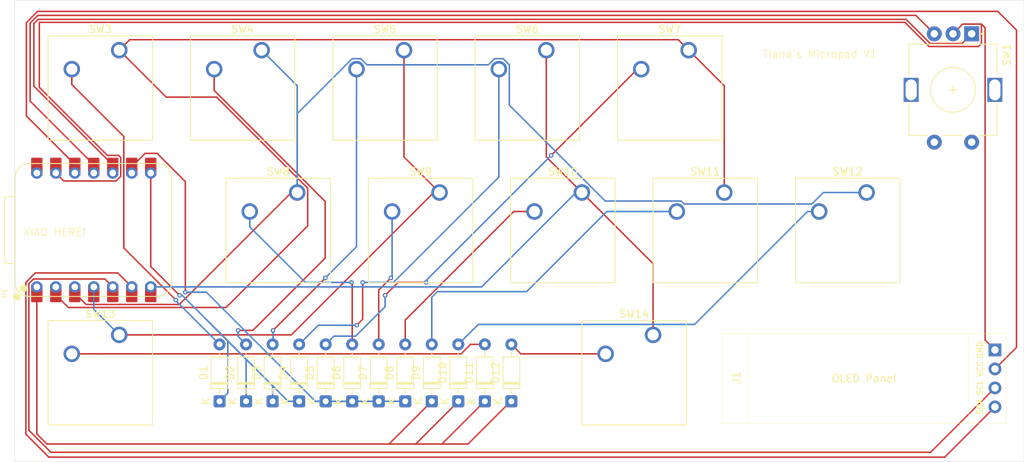
<source format=kicad_pcb>
(kicad_pcb (version 20241229) (generator "pcbnew") (generator_version "9.0")
  (layers (0 "F.Cu" signal) (2 "B.Cu" signal) (13 "F.Paste" user) (15 "B.Paste" user) (5 "F.SilkS" user "F.Silkscreen") (7 "B.SilkS" user "B.Silkscreen") (1 "F.Mask" user) (3 "B.Mask" user) (25 "Edge.Cuts" user))
  (net 0 "")
  (net 1 "Net-(D1-A)")
  (net 2 "Net-(D1-K)")
  (net 3 "Net-(D2-A)")
  (net 4 "Net-(D3-A)")
  (net 5 "Net-(D4-A)")
  (net 6 "Net-(D5-A)")
  (net 7 "Net-(D5-K)")
  (net 8 "Net-(D6-A)")
  (net 9 "Net-(D7-A)")
  (net 10 "Net-(D8-A)")
  (net 11 "Net-(D10-K)")
  (net 12 "Net-(D9-A)")
  (net 13 "Net-(D10-A)")
  (net 14 "Net-(D11-A)")
  (net 15 "Net-(D12-A)")
  (net 16 "Net-(J1-GND)")
  (net 17 "Net-(J1-SCL)")
  (net 18 "Net-(J1-SDA)")
  (net 19 "Net-(J1-VCC)")
  (net 20 "Net-(U1-GPIO3{slash}MOSI)")
  (net 21 "Net-(U1-GPIO4{slash}MISO)")
  (net 22 "Net-(U1-GPIO27{slash}ADC1{slash}A1)")
  (net 23 "Net-(U1-GPIO28{slash}ADC2{slash}A2)")
  (net 24 "Net-(U1-GPIO29{slash}ADC3{slash}A3)")
  (net 25 "Net-(U1-GPIO0{slash}TX)")
  (net 26 "+5V")
  (footprint "Button_Switch_Keyboard:SW_Cherry_MX_1.00u_PCB" (layer "F.Cu") (at 170.393436 96.49225)
    (property "Reference" "SW14" (at -2.54 -2.794 0) (layer "F.SilkS"))
    (property "Value" "SW_Push")
    (pad "" np_thru_hole circle (at -7.62 5.08) (size 1.7 1.7) (drill 1.7) (layers "*.Cu" "*.Mask"))
    (pad "" np_thru_hole circle (at -2.54 5.08) (size 4 4) (drill 4) (layers "*.Cu" "*.Mask"))
    (pad "" np_thru_hole circle (at 2.54 5.08) (size 1.7 1.7) (drill 1.7) (layers "*.Cu" "*.Mask"))
    (pad "1" thru_hole circle (at 0 0) (size 2.2 2.2) (drill 1.5) (layers "*.Cu" "*.Mask") (net 25 "Net-(U1-GPIO0{slash}TX)"))
    (pad "2" thru_hole circle (at -6.35 2.54) (size 2.2 2.2) (drill 1.5) (layers "*.Cu" "*.Mask") (net 15 "Net-(D12-A)"))
  )
  (footprint "Diode_THT:D_DO-35_SOD27_P7.62mm_Horizontal" (layer "F.Cu") (at 140.778436 105.38225 90)
    (property "Reference" "D9" (at 3.81 -2.12 90) (layer "F.SilkS"))
    (property "Value" "1N4148")
    (fp_text user "K" (at 0 -1.8 90) (layer "F.SilkS"))
    (pad "1" thru_hole roundrect (at 0 0 90) (size 1.6 1.6) (drill 0.8) (layers "*.Cu" "*.Mask") (roundrect_rratio 0.15625) (net 11 "Net-(D10-K)"))
    (pad "2" thru_hole circle (at 7.62 0 90) (size 1.6 1.6) (drill 0.8) (layers "*.Cu" "*.Mask") (net 12 "Net-(D9-A)"))
  )
  (footprint "Diode_THT:D_DO-35_SOD27_P7.62mm_Horizontal" (layer "F.Cu") (at 144.328436 105.38225 90)
    (property "Reference" "D10" (at 3.81 -2.12 90) (layer "F.SilkS"))
    (property "Value" "1N4148")
    (fp_text user "K" (at 0 -1.8 90) (layer "F.SilkS"))
    (pad "1" thru_hole roundrect (at 0 0 90) (size 1.6 1.6) (drill 0.8) (layers "*.Cu" "*.Mask") (roundrect_rratio 0.15625) (net 11 "Net-(D10-K)"))
    (pad "2" thru_hole circle (at 7.62 0 90) (size 1.6 1.6) (drill 0.8) (layers "*.Cu" "*.Mask") (net 13 "Net-(D10-A)"))
  )
  (footprint "Button_Switch_Keyboard:SW_Cherry_MX_1.00u_PCB" (layer "F.Cu") (at 156.105936 58.39225)
    (property "Reference" "SW6" (at -2.54 -2.794 0) (layer "F.SilkS"))
    (property "Value" "SW_Push")
    (pad "" np_thru_hole circle (at -7.62 5.08) (size 1.7 1.7) (drill 1.7) (layers "*.Cu" "*.Mask"))
    (pad "" np_thru_hole circle (at -2.54 5.08) (size 4 4) (drill 4) (layers "*.Cu" "*.Mask"))
    (pad "" np_thru_hole circle (at 2.54 5.08) (size 1.7 1.7) (drill 1.7) (layers "*.Cu" "*.Mask"))
    (pad "1" thru_hole circle (at 0 0) (size 2.2 2.2) (drill 1.5) (layers "*.Cu" "*.Mask") (net 25 "Net-(U1-GPIO0{slash}TX)"))
    (pad "2" thru_hole circle (at -6.35 2.54) (size 2.2 2.2) (drill 1.5) (layers "*.Cu" "*.Mask") (net 5 "Net-(D4-A)"))
  )
  (footprint "Button_Switch_Keyboard:SW_Cherry_MX_1.00u_PCB" (layer "F.Cu") (at 198.968436 77.44225)
    (property "Reference" "SW12" (at -2.54 -2.794 0) (layer "F.SilkS"))
    (property "Value" "SW_Push")
    (pad "" np_thru_hole circle (at -7.62 5.08) (size 1.7 1.7) (drill 1.7) (layers "*.Cu" "*.Mask"))
    (pad "" np_thru_hole circle (at -2.54 5.08) (size 4 4) (drill 4) (layers "*.Cu" "*.Mask"))
    (pad "" np_thru_hole circle (at 2.54 5.08) (size 1.7 1.7) (drill 1.7) (layers "*.Cu" "*.Mask"))
    (pad "1" thru_hole circle (at 0 0) (size 2.2 2.2) (drill 1.5) (layers "*.Cu" "*.Mask") (net 23 "Net-(U1-GPIO28{slash}ADC2{slash}A2)"))
    (pad "2" thru_hole circle (at -6.35 2.54) (size 2.2 2.2) (drill 1.5) (layers "*.Cu" "*.Mask") (net 13 "Net-(D10-A)"))
  )
  (footprint "Button_Switch_Keyboard:SW_Cherry_MX_1.00u_PCB" (layer "F.Cu") (at 175.155936 58.39225)
    (property "Reference" "SW7" (at -2.54 -2.794 0) (layer "F.SilkS"))
    (property "Value" "SW_Push")
    (pad "" np_thru_hole circle (at -7.62 5.08) (size 1.7 1.7) (drill 1.7) (layers "*.Cu" "*.Mask"))
    (pad "" np_thru_hole circle (at -2.54 5.08) (size 4 4) (drill 4) (layers "*.Cu" "*.Mask"))
    (pad "" np_thru_hole circle (at 2.54 5.08) (size 1.7 1.7) (drill 1.7) (layers "*.Cu" "*.Mask"))
    (pad "1" thru_hole circle (at 0 0) (size 2.2 2.2) (drill 1.5) (layers "*.Cu" "*.Mask") (net 22 "Net-(U1-GPIO27{slash}ADC1{slash}A1)"))
    (pad "2" thru_hole circle (at -6.35 2.54) (size 2.2 2.2) (drill 1.5) (layers "*.Cu" "*.Mask") (net 6 "Net-(D5-A)"))
  )
  (footprint "Button_Switch_Keyboard:SW_Cherry_MX_1.00u_PCB" (layer "F.Cu") (at 118.005936 58.39225)
    (property "Reference" "SW4" (at -2.54 -2.794 0) (layer "F.SilkS"))
    (property "Value" "SW_Push")
    (pad "" np_thru_hole circle (at -7.62 5.08) (size 1.7 1.7) (drill 1.7) (layers "*.Cu" "*.Mask"))
    (pad "" np_thru_hole circle (at -2.54 5.08) (size 4 4) (drill 4) (layers "*.Cu" "*.Mask"))
    (pad "" np_thru_hole circle (at 2.54 5.08) (size 1.7 1.7) (drill 1.7) (layers "*.Cu" "*.Mask"))
    (pad "1" thru_hole circle (at 0 0) (size 2.2 2.2) (drill 1.5) (layers "*.Cu" "*.Mask") (net 23 "Net-(U1-GPIO28{slash}ADC2{slash}A2)"))
    (pad "2" thru_hole circle (at -6.35 2.54) (size 2.2 2.2) (drill 1.5) (layers "*.Cu" "*.Mask") (net 3 "Net-(D2-A)"))
  )
  (footprint "Diode_THT:D_DO-35_SOD27_P7.62mm_Horizontal" (layer "F.Cu") (at 112.378436 105.38225 90)
    (property "Reference" "D1" (at 3.81 -2.12 90) (layer "F.SilkS"))
    (property "Value" "1N4148")
    (fp_text user "K" (at 0 -1.8 90) (layer "F.SilkS"))
    (pad "1" thru_hole roundrect (at 0 0 90) (size 1.6 1.6) (drill 0.8) (layers "*.Cu" "*.Mask") (roundrect_rratio 0.15625) (net 2 "Net-(D1-K)"))
    (pad "2" thru_hole circle (at 7.62 0 90) (size 1.6 1.6) (drill 0.8) (layers "*.Cu" "*.Mask") (net 1 "Net-(D1-A)"))
  )
  (footprint "Button_Switch_Keyboard:SW_Cherry_MX_1.00u_PCB" (layer "F.Cu") (at 98.955936 58.39225)
    (property "Reference" "SW3" (at -2.54 -2.794 0) (layer "F.SilkS"))
    (property "Value" "SW_Push")
    (pad "" np_thru_hole circle (at -7.62 5.08) (size 1.7 1.7) (drill 1.7) (layers "*.Cu" "*.Mask"))
    (pad "" np_thru_hole circle (at -2.54 5.08) (size 4 4) (drill 4) (layers "*.Cu" "*.Mask"))
    (pad "" np_thru_hole circle (at 2.54 5.08) (size 1.7 1.7) (drill 1.7) (layers "*.Cu" "*.Mask"))
    (pad "1" thru_hole circle (at 0 0) (size 2.2 2.2) (drill 1.5) (layers "*.Cu" "*.Mask") (net 22 "Net-(U1-GPIO27{slash}ADC1{slash}A1)"))
    (pad "2" thru_hole circle (at -6.35 2.54) (size 2.2 2.2) (drill 1.5) (layers "*.Cu" "*.Mask") (net 1 "Net-(D1-A)"))
  )
  (footprint "Button_Switch_Keyboard:SW_Cherry_MX_1.00u_PCB" (layer "F.Cu") (at 122.768436 77.44225)
    (property "Reference" "SW8" (at -2.54 -2.794 0) (layer "F.SilkS"))
    (property "Value" "SW_Push")
    (pad "" np_thru_hole circle (at -7.62 5.08) (size 1.7 1.7) (drill 1.7) (layers "*.Cu" "*.Mask"))
    (pad "" np_thru_hole circle (at -2.54 5.08) (size 4 4) (drill 4) (layers "*.Cu" "*.Mask"))
    (pad "" np_thru_hole circle (at 2.54 5.08) (size 1.7 1.7) (drill 1.7) (layers "*.Cu" "*.Mask"))
    (pad "1" thru_hole circle (at 0 0) (size 2.2 2.2) (drill 1.5) (layers "*.Cu" "*.Mask") (net 23 "Net-(U1-GPIO28{slash}ADC2{slash}A2)"))
    (pad "2" thru_hole circle (at -6.35 2.54) (size 2.2 2.2) (drill 1.5) (layers "*.Cu" "*.Mask") (net 8 "Net-(D6-A)"))
  )
  (footprint "Diode_THT:D_DO-35_SOD27_P7.62mm_Horizontal" (layer "F.Cu") (at 115.928436 105.38225 90)
    (property "Reference" "D2" (at 3.81 -2.12 90) (layer "F.SilkS"))
    (property "Value" "1N4148")
    (fp_text user "K" (at 0 -1.8 90) (layer "F.SilkS"))
    (pad "1" thru_hole roundrect (at 0 0 90) (size 1.6 1.6) (drill 0.8) (layers "*.Cu" "*.Mask") (roundrect_rratio 0.15625) (net 2 "Net-(D1-K)"))
    (pad "2" thru_hole circle (at 7.62 0 90) (size 1.6 1.6) (drill 0.8) (layers "*.Cu" "*.Mask") (net 3 "Net-(D2-A)"))
  )
  (footprint "Diode_THT:D_DO-35_SOD27_P7.62mm_Horizontal" (layer "F.Cu") (at 133.678436 105.38225 90)
    (property "Reference" "D7" (at 3.81 -2.12 90) (layer "F.SilkS"))
    (property "Value" "1N4148")
    (fp_text user "K" (at 0 -1.8 90) (layer "F.SilkS"))
    (pad "1" thru_hole roundrect (at 0 0 90) (size 1.6 1.6) (drill 0.8) (layers "*.Cu" "*.Mask") (roundrect_rratio 0.15625) (net 7 "Net-(D5-K)"))
    (pad "2" thru_hole circle (at 7.62 0 90) (size 1.6 1.6) (drill 0.8) (layers "*.Cu" "*.Mask") (net 9 "Net-(D7-A)"))
  )
  (footprint "Button_Switch_Keyboard:SW_Cherry_MX_1.00u_PCB" (layer "F.Cu") (at 141.818436 77.44225)
    (property "Reference" "SW9" (at -2.54 -2.794 0) (layer "F.SilkS"))
    (property "Value" "SW_Push")
    (pad "" np_thru_hole circle (at -7.62 5.08) (size 1.7 1.7) (drill 1.7) (layers "*.Cu" "*.Mask"))
    (pad "" np_thru_hole circle (at -2.54 5.08) (size 4 4) (drill 4) (layers "*.Cu" "*.Mask"))
    (pad "" np_thru_hole circle (at 2.54 5.08) (size 1.7 1.7) (drill 1.7) (layers "*.Cu" "*.Mask"))
    (pad "1" thru_hole circle (at 0 0) (size 2.2 2.2) (drill 1.5) (layers "*.Cu" "*.Mask") (net 24 "Net-(U1-GPIO29{slash}ADC3{slash}A3)"))
    (pad "2" thru_hole circle (at -6.35 2.54) (size 2.2 2.2) (drill 1.5) (layers "*.Cu" "*.Mask") (net 9 "Net-(D7-A)"))
  )
  (footprint "Diode_THT:D_DO-35_SOD27_P7.62mm_Horizontal" (layer "F.Cu") (at 137.228436 105.38225 90)
    (property "Reference" "D8" (at 3.81 -2.12 90) (layer "F.SilkS"))
    (property "Value" "1N4148")
    (fp_text user "K" (at 0 -1.8 90) (layer "F.SilkS"))
    (pad "1" thru_hole roundrect (at 0 0 90) (size 1.6 1.6) (drill 0.8) (layers "*.Cu" "*.Mask") (roundrect_rratio 0.15625) (net 7 "Net-(D5-K)"))
    (pad "2" thru_hole circle (at 7.62 0 90) (size 1.6 1.6) (drill 0.8) (layers "*.Cu" "*.Mask") (net 10 "Net-(D8-A)"))
  )
  (footprint "Diode_THT:D_DO-35_SOD27_P7.62mm_Horizontal" (layer "F.Cu") (at 147.878436 105.38225 90)
    (property "Reference" "D11" (at 3.81 -2.12 90) (layer "F.SilkS"))
    (property "Value" "1N4148")
    (fp_text user "K" (at 0 -1.8 90) (layer "F.SilkS"))
    (pad "1" thru_hole roundrect (at 0 0 90) (size 1.6 1.6) (drill 0.8) (layers "*.Cu" "*.Mask") (roundrect_rratio 0.15625) (net 11 "Net-(D10-K)"))
    (pad "2" thru_hole circle (at 7.62 0 90) (size 1.6 1.6) (drill 0.8) (layers "*.Cu" "*.Mask") (net 14 "Net-(D11-A)"))
  )
  (footprint "Diode_THT:D_DO-35_SOD27_P7.62mm_Horizontal" (layer "F.Cu") (at 126.578436 105.38225 90)
    (property "Reference" "D5" (at 3.81 -2.12 90) (layer "F.SilkS"))
    (property "Value" "1N4148")
    (fp_text user "K" (at 0 -1.8 90) (layer "F.SilkS"))
    (pad "1" thru_hole roundrect (at 0 0 90) (size 1.6 1.6) (drill 0.8) (layers "*.Cu" "*.Mask") (roundrect_rratio 0.15625) (net 7 "Net-(D5-K)"))
    (pad "2" thru_hole circle (at 7.62 0 90) (size 1.6 1.6) (drill 0.8) (layers "*.Cu" "*.Mask") (net 6 "Net-(D5-A)"))
  )
  (footprint "Diode_THT:D_DO-35_SOD27_P7.62mm_Horizontal" (layer "F.Cu") (at 123.028436 105.38225 90)
    (property "Reference" "D4" (at 3.81 -2.12 90) (layer "F.SilkS"))
    (property "Value" "1N4148")
    (fp_text user "K" (at 0 -1.8 90) (layer "F.SilkS"))
    (pad "1" thru_hole roundrect (at 0 0 90) (size 1.6 1.6) (drill 0.8) (layers "*.Cu" "*.Mask") (roundrect_rratio 0.15625) (net 2 "Net-(D1-K)"))
    (pad "2" thru_hole circle (at 7.62 0 90) (size 1.6 1.6) (drill 0.8) (layers "*.Cu" "*.Mask") (net 5 "Net-(D4-A)"))
  )
  (footprint "OPL:XIAO-RP2040-DIP" (layer "F.Cu") (at 95.546936 82.4535 90)
    (property "Reference" "U1" (at -8.5 -12 90) (layer "F.SilkS") (effects (font (size 0.635 0.635) (thickness 0.1016))))
    (property "Value" "XIAO-RP2040-DIP")
    (pad "1" smd roundrect (at -8.455 -7.62 270) (size 2.432 1.524) (layers "F.Cu" "F.Mask") (roundrect_rratio 0.1) (net 11 "Net-(D10-K)"))
    (pad "1" thru_hole circle (at -7.62 -7.62 270) (size 1.524 1.524) (drill 0.889) (layers "*.Cu" "*.Mask") (net 11 "Net-(D10-K)"))
    (pad "2" smd roundrect (at -8.455 -5.08 270) (size 2.432 1.524) (layers "F.Cu" "F.Mask") (roundrect_rratio 0.1) (net 22 "Net-(U1-GPIO27{slash}ADC1{slash}A1)"))
    (pad "2" thru_hole circle (at -7.62 -5.08 270) (size 1.524 1.524) (drill 0.889) (layers "*.Cu" "*.Mask") (net 22 "Net-(U1-GPIO27{slash}ADC1{slash}A1)"))
    (pad "3" smd roundrect (at -8.455 -2.54 270) (size 2.432 1.524) (layers "F.Cu" "F.Mask") (roundrect_rratio 0.1) (net 23 "Net-(U1-GPIO28{slash}ADC2{slash}A2)"))
    (pad "3" thru_hole circle (at -7.62 -2.54 270) (size 1.524 1.524) (drill 0.889) (layers "*.Cu" "*.Mask") (net 23 "Net-(U1-GPIO28{slash}ADC2{slash}A2)"))
    (pad "4" smd roundrect (at -8.455 0 270) (size 2.432 1.524) (layers "F.Cu" "F.Mask") (roundrect_rratio 0.1) (net 24 "Net-(U1-GPIO29{slash}ADC3{slash}A3)"))
    (pad "4" thru_hole circle (at -7.62 0 270) (size 1.524 1.524) (drill 0.889) (layers "*.Cu" "*.Mask") (net 24 "Net-(U1-GPIO29{slash}ADC3{slash}A3)"))
    (pad "5" smd roundrect (at -8.455 2.54 270) (size 2.432 1.524) (layers "F.Cu" "F.Mask") (roundrect_rratio 0.1) (net 18 "Net-(J1-SDA)"))
    (pad "5" thru_hole circle (at -7.62 2.54 270) (size 1.524 1.524) (drill 0.889) (layers "*.Cu" "*.Mask") (net 18 "Net-(J1-SDA)"))
    (pad "6" smd roundrect (at -8.455 5.08 270) (size 2.432 1.524) (layers "F.Cu" "F.Mask") (roundrect_rratio 0.1) (net 17 "Net-(J1-SCL)"))
    (pad "6" thru_hole circle (at -7.62 5.08 270) (size 1.524 1.524) (drill 0.889) (layers "*.Cu" "*.Mask") (net 17 "Net-(J1-SCL)"))
    (pad "7" smd roundrect (at -8.455 7.62 270) (size 2.432 1.524) (layers "F.Cu" "F.Mask") (roundrect_rratio 0.1) (net 25 "Net-(U1-GPIO0{slash}TX)"))
    (pad "7" thru_hole circle (at -7.62 7.62 270) (size 1.524 1.524) (drill 0.889) (layers "*.Cu" "*.Mask") (net 25 "Net-(U1-GPIO0{slash}TX)"))
    (pad "8" thru_hole circle (at 7.62 7.62 90) (size 1.524 1.524) (drill 0.889) (layers "*.Cu" "*.Mask") (net 2 "Net-(D1-K)"))
    (pad "8" smd roundrect (at 8.455 7.62 90) (size 2.432 1.524) (layers "F.Cu" "F.Mask") (roundrect_rratio 0.1) (net 2 "Net-(D1-K)"))
    (pad "9" thru_hole circle (at 7.62 5.08 90) (size 1.524 1.524) (drill 0.889) (layers "*.Cu" "*.Mask") (net 7 "Net-(D5-K)"))
    (pad "9" smd roundrect (at 8.455 5.08 90) (size 2.432 1.524) (layers "F.Cu" "F.Mask") (roundrect_rratio 0.1) (net 7 "Net-(D5-K)"))
    (pad "10" thru_hole circle (at 7.62 2.54 90) (size 1.524 1.524) (drill 0.889) (layers "*.Cu" "*.Mask") (net 21 "Net-(U1-GPIO4{slash}MISO)"))
    (pad "10" smd roundrect (at 8.455 2.54 90) (size 2.432 1.524) (layers "F.Cu" "F.Mask") (roundrect_rratio 0.1) (net 21 "Net-(U1-GPIO4{slash}MISO)"))
    (pad "11" thru_hole circle (at 7.62 0 90) (size 1.524 1.524) (drill 0.889) (layers "*.Cu" "*.Mask") (net 20 "Net-(U1-GPIO3{slash}MOSI)"))
    (pad "11" smd roundrect (at 8.455 0 90) (size 2.432 1.524) (layers "F.Cu" "F.Mask") (roundrect_rratio 0.1) (net 20 "Net-(U1-GPIO3{slash}MOSI)"))
    (pad "12" thru_hole circle (at 7.62 -2.54 90) (size 1.524 1.524) (drill 0.889) (layers "*.Cu" "*.Mask") (net 19 "Net-(J1-VCC)"))
    (pad "12" smd roundrect (at 8.455 -2.54 90) (size 2.432 1.524) (layers "F.Cu" "F.Mask") (roundrect_rratio 0.1) (net 19 "Net-(J1-VCC)"))
    (pad "13" thru_hole circle (at 7.62 -5.08 90) (size 1.524 1.524) (drill 0.889) (layers "*.Cu" "*.Mask") (net 16 "Net-(J1-GND)"))
    (pad "13" smd roundrect (at 8.455 -5.08 90) (size 2.432 1.524) (layers "F.Cu" "F.Mask") (roundrect_rratio 0.1) (net 16 "Net-(J1-GND)"))
    (pad "14" thru_hole circle (at 7.62 -7.62 90) (size 1.524 1.524) (drill 0.889) (layers "*.Cu" "*.Mask") (net 26 "+5V"))
    (pad "14" smd roundrect (at 8.455 -7.62 90) (size 2.432 1.524) (layers "F.Cu" "F.Mask") (roundrect_rratio 0.1) (net 26 "+5V"))
  )
  (footprint "Button_Switch_Keyboard:SW_Cherry_MX_1.00u_PCB" (layer "F.Cu") (at 98.955936 96.49225)
    (property "Reference" "SW13" (at -2.54 -2.794 0) (layer "F.SilkS"))
    (property "Value" "SW_Push")
    (pad "" np_thru_hole circle (at -7.62 5.08) (size 1.7 1.7) (drill 1.7) (layers "*.Cu" "*.Mask"))
    (pad "" np_thru_hole circle (at -2.54 5.08) (size 4 4) (drill 4) (layers "*.Cu" "*.Mask"))
    (pad "" np_thru_hole circle (at 2.54 5.08) (size 1.7 1.7) (drill 1.7) (layers "*.Cu" "*.Mask"))
    (pad "1" thru_hole circle (at 0 0) (size 2.2 2.2) (drill 1.5) (layers "*.Cu" "*.Mask") (net 24 "Net-(U1-GPIO29{slash}ADC3{slash}A3)"))
    (pad "2" thru_hole circle (at -6.35 2.54) (size 2.2 2.2) (drill 1.5) (layers "*.Cu" "*.Mask") (net 14 "Net-(D11-A)"))
  )
  (footprint "Button_Switch_Keyboard:SW_Cherry_MX_1.00u_PCB" (layer "F.Cu") (at 160.868436 77.44225)
    (property "Reference" "SW10" (at -2.54 -2.794 0) (layer "F.SilkS"))
    (property "Value" "SW_Push")
    (pad "" np_thru_hole circle (at -7.62 5.08) (size 1.7 1.7) (drill 1.7) (layers "*.Cu" "*.Mask"))
    (pad "" np_thru_hole circle (at -2.54 5.08) (size 4 4) (drill 4) (layers "*.Cu" "*.Mask"))
    (pad "" np_thru_hole circle (at 2.54 5.08) (size 1.7 1.7) (drill 1.7) (layers "*.Cu" "*.Mask"))
    (pad "1" thru_hole circle (at 0 0) (size 2.2 2.2) (drill 1.5) (layers "*.Cu" "*.Mask") (net 25 "Net-(U1-GPIO0{slash}TX)"))
    (pad "2" thru_hole circle (at -6.35 2.54) (size 2.2 2.2) (drill 1.5) (layers "*.Cu" "*.Mask") (net 10 "Net-(D8-A)"))
  )
  (footprint "Encoder:RotaryEncoder_Alps_EC11E-Switch_Vertical_H20mm" (layer "F.Cu") (at 213.028436 56.2035 -90)
    (property "Reference" "SW1" (at 2.8 -4.7 90) (layer "F.SilkS"))
    (property "Value" "RotaryEncoder")
    (pad "A" thru_hole rect (at 0 0 270) (size 2 2) (drill 1) (layers "*.Cu" "*.Mask") (net 21 "Net-(U1-GPIO4{slash}MISO)"))
    (pad "B" thru_hole circle (at 0 5 270) (size 2 2) (drill 1) (layers "*.Cu" "*.Mask") (net 20 "Net-(U1-GPIO3{slash}MOSI)"))
    (pad "C" thru_hole circle (at 0 2.5 270) (size 2 2) (drill 1) (layers "*.Cu" "*.Mask") (net 16 "Net-(J1-GND)"))
    (pad "MP" thru_hole rect (at 7.5 -3.1 270) (size 3.2 2) (drill oval 2.8 1.5) (layers "*.Cu" "*.Mask"))
    (pad "MP" thru_hole rect (at 7.5 8.1 270) (size 3.2 2) (drill oval 2.8 1.5) (layers "*.Cu" "*.Mask"))
    (pad "S1" thru_hole circle (at 14.5 5 270) (size 2 2) (drill 1) (layers "*.Cu" "*.Mask"))
    (pad "S2" thru_hole circle (at 14.5 0 270) (size 2 2) (drill 1) (layers "*.Cu" "*.Mask"))
  )
  (footprint "Diode_THT:D_DO-35_SOD27_P7.62mm_Horizontal" (layer "F.Cu") (at 151.428436 105.38225 90)
    (property "Reference" "D12" (at 3.81 -2.12 90) (layer "F.SilkS"))
    (property "Value" "1N4148")
    (fp_text user "K" (at 0 -1.8 90) (layer "F.SilkS"))
    (pad "1" thru_hole roundrect (at 0 0 90) (size 1.6 1.6) (drill 0.8) (layers "*.Cu" "*.Mask") (roundrect_rratio 0.15625) (net 11 "Net-(D10-K)"))
    (pad "2" thru_hole circle (at 7.62 0 90) (size 1.6 1.6) (drill 0.8) (layers "*.Cu" "*.Mask") (net 15 "Net-(D12-A)"))
  )
  (footprint "OLED:SSD1306-0.91-OLED-4pin-128x32" (layer "F.Cu") (at 179.643436 96.3185)
    (property "Reference" "J1" (at 1.9 5.91 90) (layer "F.SilkS"))
    (property "Value" "Conn_01x04")
    (fp_text user "GND" (at 34.5 2.19 270) (layer "F.SilkS") (effects (font (size 0.75 0.75))))
    (fp_text user "SDA" (at 34.5 9.81 270) (layer "F.SilkS") (effects (font (size 0.75 0.75))))
    (fp_text user "SCL" (at 34.5 7.27 270) (layer "F.SilkS") (effects (font (size 0.75 0.75))))
    (fp_text user "VCC" (at 34.5 4.73 270) (layer "F.SilkS") (effects (font (size 0.75 0.75))))
    (fp_text user "OLED Panel" (at 19 6 0) (layer "F.SilkS"))
    (pad "1" thru_hole rect (at 36.5 2.19) (size 1.7 1.7) (drill 1) (layers "*.Cu" "*.Mask") (net 16 "Net-(J1-GND)"))
    (pad "2" thru_hole oval (at 36.5 4.73) (size 1.7 1.7) (drill 1) (layers "*.Cu" "*.Mask") (net 19 "Net-(J1-VCC)"))
    (pad "3" thru_hole oval (at 36.5 7.27) (size 1.7 1.7) (drill 1) (layers "*.Cu" "*.Mask") (net 18 "Net-(J1-SDA)"))
    (pad "4" thru_hole oval (at 36.5 9.81) (size 1.7 1.7) (drill 1) (layers "*.Cu" "*.Mask") (net 17 "Net-(J1-SCL)"))
  )
  (footprint "Diode_THT:D_DO-35_SOD27_P7.62mm_Horizontal" (layer "F.Cu") (at 130.128436 105.38225 90)
    (property "Reference" "D6" (at 3.81 -2.12 90) (layer "F.SilkS"))
    (property "Value" "1N4148")
    (fp_text user "K" (at 0 -1.8 90) (layer "F.SilkS"))
    (pad "1" thru_hole roundrect (at 0 0 90) (size 1.6 1.6) (drill 0.8) (layers "*.Cu" "*.Mask") (roundrect_rratio 0.15625) (net 7 "Net-(D5-K)"))
    (pad "2" thru_hole circle (at 7.62 0 90) (size 1.6 1.6) (drill 0.8) (layers "*.Cu" "*.Mask") (net 8 "Net-(D6-A)"))
  )
  (footprint "Diode_THT:D_DO-35_SOD27_P7.62mm_Horizontal" (layer "F.Cu") (at 119.478436 105.38225 90)
    (property "Reference" "D3" (at 3.81 -2.12 90) (layer "F.SilkS"))
    (property "Value" "1N4148")
    (fp_text user "K" (at 0 -1.8 90) (layer "F.SilkS"))
    (pad "1" thru_hole roundrect (at 0 0 90) (size 1.6 1.6) (drill 0.8) (layers "*.Cu" "*.Mask") (roundrect_rratio 0.15625) (net 2 "Net-(D1-K)"))
    (pad "2" thru_hole circle (at 7.62 0 90) (size 1.6 1.6) (drill 0.8) (layers "*.Cu" "*.Mask") (net 4 "Net-(D3-A)"))
  )
  (footprint "Button_Switch_Keyboard:SW_Cherry_MX_1.00u_PCB" (layer "F.Cu") (at 179.918436 77.44225)
    (property "Reference" "SW11" (at -2.54 -2.794 0) (layer "F.SilkS"))
    (property "Value" "SW_Push")
    (pad "" np_thru_hole circle (at -7.62 5.08) (size 1.7 1.7) (drill 1.7) (layers "*.Cu" "*.Mask"))
    (pad "" np_thru_hole circle (at -2.54 5.08) (size 4 4) (drill 4) (layers "*.Cu" "*.Mask"))
    (pad "" np_thru_hole circle (at 2.54 5.08) (size 1.7 1.7) (drill 1.7) (layers "*.Cu" "*.Mask"))
    (pad "1" thru_hole circle (at 0 0) (size 2.2 2.2) (drill 1.5) (layers "*.Cu" "*.Mask") (net 22 "Net-(U1-GPIO27{slash}ADC1{slash}A1)"))
    (pad "2" thru_hole circle (at -6.35 2.54) (size 2.2 2.2) (drill 1.5) (layers "*.Cu" "*.Mask") (net 12 "Net-(D9-A)"))
  )
  (footprint "Button_Switch_Keyboard:SW_Cherry_MX_1.00u_PCB" (layer "F.Cu") (at 137.055936 58.39225)
    (property "Reference" "SW5" (at -2.54 -2.794 0) (layer "F.SilkS"))
    (property "Value" "SW_Push")
    (pad "" np_thru_hole circle (at -7.62 5.08) (size 1.7 1.7) (drill 1.7) (layers "*.Cu" "*.Mask"))
    (pad "" np_thru_hole circle (at -2.54 5.08) (size 4 4) (drill 4) (layers "*.Cu" "*.Mask"))
    (pad "" np_thru_hole circle (at 2.54 5.08) (size 1.7 1.7) (drill 1.7) (layers "*.Cu" "*.Mask"))
    (pad "1" thru_hole circle (at 0 0) (size 2.2 2.2) (drill 1.5) (layers "*.Cu" "*.Mask") (net 24 "Net-(U1-GPIO29{slash}ADC3{slash}A3)"))
    (pad "2" thru_hole circle (at -6.35 2.54) (size 2.2 2.2) (drill 1.5) (layers "*.Cu" "*.Mask") (net 4 "Net-(D3-A)"))
  )
  (gr_rect (start 84.978436 51.7035) (end 220.028436 113.4535) (stroke (width 0.05)) (fill no) (layer "Edge.Cuts"))
  (gr_text "Tiana's Micropad V1" (at 185 59.5 0) (layer "F.SilkS") (effects (font (size 1 1) (thickness 0.1)) (justify left bottom)))
  (gr_text "XIAO HERE!" (at 86 83.34375 0) (layer "F.SilkS") (effects (font (size 1 1) (thickness 0.1)) (justify left bottom)))
  (segment (start 99.563936 69.945066) (end 99.563936 84.861) (width 0.2) (layer "F.Cu") (net 1))
  (segment (start 92.605936 62.987066) (end 99.563936 69.945066) (width 0.2) (layer "F.Cu") (net 1))
  (segment (start 92.605936 60.93225) (end 92.605936 62.987066) (width 0.2) (layer "F.Cu") (net 1))
  (segment (start 99.563936 84.861) (end 106.528436 91.8255) (width 0.2) (layer "F.Cu") (net 1))
  (via (at 106.528436 91.8255) (size 0.6) (drill 0.3) (layers "F.Cu" "B.Cu") (net 1))
  (segment (start 106.528436 91.91225) (end 112.378436 97.76225) (width 0.2) (layer "B.Cu") (net 1))
  (segment (start 106.528436 91.8255) (end 106.528436 91.91225) (width 0.2) (layer "B.Cu") (net 1))
  (segment (start 103.166936 74.8335) (end 103.166936 87.339256) (width 0.2) (layer "F.Cu") (net 2))
  (segment (start 103.166936 87.339256) (end 107.029659 91.201979) (width 0.2) (layer "F.Cu") (net 2))
  (via (at 107.029659 91.201979) (size 0.6) (drill 0.3) (layers "F.Cu" "B.Cu") (net 2))
  (segment (start 107.375215 91.201979) (end 110.452586 94.27935) (width 0.2) (layer "B.Cu") (net 2))
  (segment (start 113.479436 104.28125) (end 112.378436 105.38225) (width 0.2) (layer "B.Cu") (net 2))
  (segment (start 110.452586 94.27935) (end 113.479436 97.3062) (width 0.2) (layer "B.Cu") (net 2))
  (segment (start 111.952586 95.77935) (end 119.478436 103.3052) (width 0.2) (layer "B.Cu") (net 2))
  (segment (start 107.029659 91.201979) (end 107.375215 91.201979) (width 0.2) (layer "B.Cu") (net 2))
  (segment (start 119.478436 103.3052) (end 119.478436 105.38225) (width 0.2) (layer "B.Cu") (net 2))
  (segment (start 110.452586 94.27935) (end 111.452586 95.27935) (width 0.2) (layer "B.Cu") (net 2))
  (segment (start 111.452586 95.27935) (end 121.555486 105.38225) (width 0.2) (layer "B.Cu") (net 2))
  (segment (start 113.479436 97.3062) (end 113.479436 104.28125) (width 0.2) (layer "B.Cu") (net 2))
  (segment (start 111.452586 95.27935) (end 111.952586 95.77935) (width 0.2) (layer "B.Cu") (net 2))
  (segment (start 111.952586 95.77935) (end 115.928436 99.7552) (width 0.2) (layer "B.Cu") (net 2))
  (segment (start 115.928436 99.7552) (end 115.928436 105.38225) (width 0.2) (layer "B.Cu") (net 2))
  (segment (start 121.555486 105.38225) (end 123.028436 105.38225) (width 0.2) (layer "B.Cu") (net 2))
  (segment (start 116.839686 95.89225) (end 114.868658 95.89225) (width 0.2) (layer "F.Cu") (net 3))
  (segment (start 111.655936 60.93225) (end 111.655936 63.781336) (width 0.2) (layer "F.Cu") (net 3))
  (segment (start 126.509436 78.634836) (end 126.509436 86.2225) (width 0.2) (layer "F.Cu") (net 3))
  (segment (start 111.655936 63.781336) (end 126.509436 78.634836) (width 0.2) (layer "F.Cu") (net 3))
  (segment (start 126.509436 86.2225) (end 116.839686 95.89225) (width 0.2) (layer "F.Cu") (net 3))
  (via (at 114.868658 95.89225) (size 0.6) (drill 0.3) (layers "F.Cu" "B.Cu") (net 3))
  (segment (start 114.868658 95.89225) (end 114.868658 96.702472) (width 0.2) (layer "B.Cu") (net 3))
  (segment (start 114.868658 96.702472) (end 115.928436 97.76225) (width 0.2) (layer "B.Cu") (net 3))
  (segment (start 126.528436 88.89225) (end 119.528436 95.89225) (width 0.2) (layer "F.Cu") (net 4))
  (segment (start 126.528436 88.8735) (end 126.528436 88.89225) (width 0.2) (layer "F.Cu") (net 4))
  (via (at 119.528436 95.89225) (size 0.6) (drill 0.3) (layers "F.Cu" "B.Cu") (net 4))
  (via (at 126.528436 88.8735) (size 0.6) (drill 0.3) (layers "F.Cu" "B.Cu") (net 4))
  (segment (start 130.705936 84.696) (end 126.528436 88.8735) (width 0.2) (layer "B.Cu") (net 4))
  (segment (start 119.528436 95.89225) (end 119.528436 97.71225) (width 0.2) (layer "B.Cu") (net 4))
  (segment (start 130.705936 60.93225) (end 130.705936 84.696) (width 0.2) (layer "B.Cu") (net 4))
  (segment (start 119.528436 97.71225) (end 119.478436 97.76225) (width 0.2) (layer "B.Cu") (net 4))
  (segment (start 131.528436 89.4735) (end 131.528436 94.4035) (width 0.2) (layer "F.Cu") (net 5))
  (segment (start 131.528436 94.4035) (end 130.728436 95.2035) (width 0.2) (layer "F.Cu") (net 5))
  (via (at 131.528436 89.4735) (size 0.6) (drill 0.3) (layers "F.Cu" "B.Cu") (net 5))
  (via (at 130.728436 95.2035) (size 0.6) (drill 0.3) (layers "F.Cu" "B.Cu") (net 5))
  (segment (start 125.587186 95.2035) (end 123.028436 97.76225) (width 0.2) (layer "B.Cu") (net 5))
  (segment (start 135.652002 89.4735) (end 131.528436 89.4735) (width 0.2) (layer "B.Cu") (net 5))
  (segment (start 149.755936 75.369566) (end 135.652002 89.4735) (width 0.2) (layer "B.Cu") (net 5))
  (segment (start 130.728436 95.2035) (end 125.587186 95.2035) (width 0.2) (layer "B.Cu") (net 5))
  (segment (start 149.755936 60.93225) (end 149.755936 75.369566) (width 0.2) (layer "B.Cu") (net 5))
  (segment (start 136.258436 89.4735) (end 134.528436 91.2035) (width 0.2) (layer "F.Cu") (net 6))
  (segment (start 168.299686 60.93225) (end 156.753326 72.47861) (width 0.2) (layer "F.Cu") (net 6))
  (segment (start 168.805936 60.93225) (end 168.299686 60.93225) (width 0.2) (layer "F.Cu") (net 6))
  (segment (start 140.028436 89.4735) (end 136.258436 89.4735) (width 0.2) (layer "F.Cu") (net 6))
  (via (at 140.028436 89.4735) (size 0.6) (drill 0.3) (layers "F.Cu" "B.Cu") (net 6))
  (via (at 134.528436 91.2035) (size 0.6) (drill 0.3) (layers "F.Cu" "B.Cu") (net 6))
  (via (at 156.753326 72.47861) (size 0.6) (drill 0.3) (layers "F.Cu" "B.Cu") (net 6))
  (segment (start 140.028436 89.2035) (end 140.028436 89.4735) (width 0.2) (layer "B.Cu") (net 6))
  (segment (start 156.753326 72.47861) (end 140.028436 89.2035) (width 0.2) (layer "B.Cu") (net 6))
  (segment (start 130.584486 96.66125) (end 127.679436 96.66125) (width 0.2) (layer "B.Cu") (net 6))
  (segment (start 134.528436 92.7173) (end 130.584486 96.66125) (width 0.2) (layer "B.Cu") (net 6))
  (segment (start 134.528436 91.2035) (end 134.528436 92.7173) (width 0.2) (layer "B.Cu") (net 6))
  (segment (start 127.679436 96.66125) (end 126.578436 97.76225) (width 0.2) (layer "B.Cu") (net 6))
  (segment (start 107.799553 75.974617) (end 107.799553 90.777787) (width 0.2) (layer "F.Cu") (net 7))
  (segment (start 102.421936 72.2035) (end 104.028436 72.2035) (width 0.2) (layer "F.Cu") (net 7))
  (segment (start 104.028436 72.2035) (end 107.799553 75.974617) (width 0.2) (layer "F.Cu") (net 7))
  (segment (start 100.626936 73.9985) (end 102.421936 72.2035) (width 0.2) (layer "F.Cu") (net 7))
  (via (at 107.799553 90.777787) (size 0.6) (drill 0.3) (layers "F.Cu" "B.Cu") (net 7))
  (segment (start 110.602723 90.777787) (end 125.207186 105.38225) (width 0.2) (layer "B.Cu") (net 7))
  (segment (start 125.207186 105.38225) (end 133.678436 105.38225) (width 0.2) (layer "B.Cu") (net 7))
  (segment (start 125.207186 105.38225) (end 137.228436 105.38225) (width 0.2) (layer "B.Cu") (net 7))
  (segment (start 125.207186 105.38225) (end 130.128436 105.38225) (width 0.2) (layer "B.Cu") (net 7))
  (segment (start 125.207186 105.38225) (end 126.578436 105.38225) (width 0.2) (layer "B.Cu") (net 7))
  (segment (start 107.799553 90.777787) (end 110.602723 90.777787) (width 0.2) (layer "B.Cu") (net 7))
  (segment (start 130.028436 89.4735) (end 130.128436 89.5735) (width 0.2) (layer "F.Cu") (net 8))
  (segment (start 130.128436 89.5735) (end 130.128436 97.76225) (width 0.2) (layer "F.Cu") (net 8))
  (via (at 130.028436 89.4735) (size 0.6) (drill 0.3) (layers "F.Cu" "B.Cu") (net 8))
  (segment (start 123.85487 89.4735) (end 130.028436 89.4735) (width 0.2) (layer "B.Cu") (net 8))
  (segment (start 116.418436 79.98225) (end 116.418436 82.037066) (width 0.2) (layer "B.Cu") (net 8))
  (segment (start 116.418436 82.037066) (end 123.85487 89.4735) (width 0.2) (layer "B.Cu") (net 8))
  (segment (start 135.300954 88.8735) (end 133.678436 90.496018) (width 0.2) (layer "F.Cu") (net 9))
  (segment (start 133.678436 90.496018) (end 133.678436 97.76225) (width 0.2) (layer "F.Cu") (net 9))
  (via (at 135.300954 88.8735) (size 0.6) (drill 0.3) (layers "F.Cu" "B.Cu") (net 9))
  (segment (start 135.468436 79.98225) (end 135.468436 88.706018) (width 0.2) (layer "B.Cu") (net 9))
  (segment (start 135.468436 88.706018) (end 135.300954 88.8735) (width 0.2) (layer "B.Cu") (net 9))
  (segment (start 154.518436 79.98225) (end 151.749686 79.98225) (width 0.2) (layer "F.Cu") (net 10))
  (segment (start 151.749686 79.98225) (end 137.228436 94.5035) (width 0.2) (layer "F.Cu") (net 10))
  (segment (start 137.228436 94.5035) (end 137.228436 97.76225) (width 0.2) (layer "F.Cu") (net 10))
  (segment (start 89.272186 111.09725) (end 135.063436 111.09725) (width 0.2) (layer "F.Cu") (net 11))
  (segment (start 87.926936 109.752) (end 89.272186 111.09725) (width 0.2) (layer "F.Cu") (net 11))
  (segment (start 135.063436 111.09725) (end 138.634686 111.09725) (width 0.2) (layer "F.Cu") (net 11))
  (segment (start 87.926936 90.9085) (end 87.926936 109.752) (width 0.2) (layer "F.Cu") (net 11))
  (segment (start 138.634686 111.09725) (end 144.328436 105.4035) (width 0.2) (layer "F.Cu") (net 11))
  (segment (start 138.634686 111.09725) (end 142.134686 111.09725) (width 0.2) (layer "F.Cu") (net 11))
  (segment (start 145.634686 111.09725) (end 151.349686 105.38225) (width 0.2) (layer "F.Cu") (net 11))
  (segment (start 144.328436 105.4035) (end 144.328436 105.38225) (width 0.2) (layer "F.Cu") (net 11))
  (segment (start 142.134686 111.09725) (end 145.634686 111.09725) (width 0.2) (layer "F.Cu") (net 11))
  (segment (start 142.134686 111.09725) (end 147.849686 105.38225) (width 0.2) (layer "F.Cu") (net 11))
  (segment (start 135.063436 111.09725) (end 140.778436 105.38225) (width 0.2) (layer "F.Cu") (net 11))
  (segment (start 147.849686 105.38225) (end 147.878436 105.38225) (width 0.2) (layer "F.Cu") (net 11))
  (segment (start 151.349686 105.38225) (end 151.428436 105.38225) (width 0.2) (layer "F.Cu") (net 11))
  (segment (start 173.568436 79.98225) (end 164.193252 79.98225) (width 0.2) (layer "B.Cu") (net 12))
  (segment (start 140.778436 91.4535) (end 140.778436 97.76225) (width 0.2) (layer "B.Cu") (net 12))
  (segment (start 153.472002 90.7035) (end 141.528436 90.7035) (width 0.2) (layer "B.Cu") (net 12))
  (segment (start 141.528436 90.7035) (end 140.778436 91.4535) (width 0.2) (layer "B.Cu") (net 12))
  (segment (start 164.193252 79.98225) (end 153.472002 90.7035) (width 0.2) (layer "B.Cu") (net 12))
  (segment (start 146.999436 95.09125) (end 144.328436 97.76225) (width 0.2) (layer "B.Cu") (net 13))
  (segment (start 191.062802 79.98225) (end 175.953802 95.09125) (width 0.2) (layer "B.Cu") (net 13))
  (segment (start 192.618436 79.98225) (end 191.062802 79.98225) (width 0.2) (layer "B.Cu") (net 13))
  (segment (start 175.953802 95.09125) (end 146.999436 95.09125) (width 0.2) (layer "B.Cu") (net 13))
  (segment (start 144.699686 99.03225) (end 145.969686 97.76225) (width 0.2) (layer "F.Cu") (net 14))
  (segment (start 92.605936 99.03225) (end 144.699686 99.03225) (width 0.2) (layer "F.Cu") (net 14))
  (segment (start 145.969686 97.76225) (end 147.878436 97.76225) (width 0.2) (layer "F.Cu") (net 14))
  (segment (start 152.698436 99.03225) (end 151.428436 97.76225) (width 0.2) (layer "F.Cu") (net 15))
  (segment (start 164.043436 99.03225) (end 152.698436 99.03225) (width 0.2) (layer "F.Cu") (net 15))
  (segment (start 214.329436 54.9025) (end 211.829436 54.9025) (width 0.2) (layer "F.Cu") (net 16))
  (segment (start 213.928436 57.9055) (end 214.329436 57.5045) (width 0.2) (layer "F.Cu") (net 16))
  (segment (start 88.261636 63.36347) (end 88.261636 54.6716) (width 0.2) (layer "F.Cu") (net 16))
  (segment (start 204.089544 54.6716) (end 207.323444 57.9055) (width 0.2) (layer "F.Cu") (net 16))
  (segment (start 91.529936 75.8965) (end 98.527246 75.8965) (width 0.2) (layer "F.Cu") (net 16))
  (segment (start 211.829436 54.9025) (end 210.528436 56.2035) (width 0.2) (layer "F.Cu") (net 16))
  (segment (start 216.143436 98.5085) (end 214.827436 97.1925) (width 0.2) (layer "F.Cu") (net 16))
  (segment (start 99.149936 75.27381) (end 99.149936 72.742874) (width 0.2) (layer "F.Cu") (net 16))
  (segment (start 99.149936 72.742874) (end 98.888562 72.4815) (width 0.2) (layer "F.Cu") (net 16))
  (segment (start 88.261636 54.6716) (end 204.089544 54.6716) (width 0.2) (layer "F.Cu") (net 16))
  (segment (start 214.827436 97.1925) (end 214.827436 55.4005) (width 0.2) (layer "F.Cu") (net 16))
  (segment (start 214.827436 55.4005) (end 214.329436 54.9025) (width 0.2) (layer "F.Cu") (net 16))
  (segment (start 90.466936 74.8335) (end 91.529936 75.8965) (width 0.2) (layer "F.Cu") (net 16))
  (segment (start 98.527246 75.8965) (end 99.149936 75.27381) (width 0.2) (layer "F.Cu") (net 16))
  (segment (start 97.379666 72.4815) (end 88.261636 63.36347) (width 0.2) (layer "F.Cu") (net 16))
  (segment (start 207.323444 57.9055) (end 213.928436 57.9055) (width 0.2) (layer "F.Cu") (net 16))
  (segment (start 214.329436 57.5045) (end 214.329436 54.9025) (width 0.2) (layer "F.Cu") (net 16))
  (segment (start 98.888562 72.4815) (end 97.379666 72.4815) (width 0.2) (layer "F.Cu") (net 16))
  (segment (start 89.528436 112.8525) (end 209.419436 112.8525) (width 0.2) (layer "F.Cu") (net 17))
  (segment (start 209.419436 112.8525) (end 216.143436 106.1285) (width 0.2) (layer "F.Cu") (net 17))
  (segment (start 100.626936 90.0735) (end 98.756936 88.2035) (width 0.2) (layer "F.Cu") (net 17))
  (segment (start 87.726526 88.2035) (end 86.462936 89.46709) (width 0.2) (layer "F.Cu") (net 17))
  (segment (start 86.462936 109.787) (end 89.528436 112.8525) (width 0.2) (layer "F.Cu") (net 17))
  (segment (start 86.462936 89.46709) (end 86.462936 109.787) (width 0.2) (layer "F.Cu") (net 17))
  (segment (start 98.756936 88.2035) (end 87.726526 88.2035) (width 0.2) (layer "F.Cu") (net 17))
  (segment (start 89.811336 112.2035) (end 207.528436 112.2035) (width 0.2) (layer "F.Cu") (net 18))
  (segment (start 98.086936 90.0735) (end 97.023936 89.0105) (width 0.2) (layer "F.Cu") (net 18))
  (segment (start 86.863936 89.63319) (end 86.863936 109.2561) (width 0.2) (layer "F.Cu") (net 18))
  (segment (start 97.023936 89.0105) (end 87.486626 89.0105) (width 0.2) (layer "F.Cu") (net 18))
  (segment (start 207.528436 112.2035) (end 216.143436 103.5885) (width 0.2) (layer "F.Cu") (net 18))
  (segment (start 86.863936 109.2561) (end 89.811336 112.2035) (width 0.2) (layer "F.Cu") (net 18))
  (segment (start 87.486626 89.0105) (end 86.863936 89.63319) (width 0.2) (layer "F.Cu") (net 18))
  (segment (start 93.006936 73.682) (end 86.528436 67.2035) (width 0.2) (layer "F.Cu") (net 19))
  (segment (start 93.006936 74.8335) (end 93.006936 73.682) (width 0.2) (layer "F.Cu") (net 19))
  (segment (start 86.528436 67.2035) (end 86.528436 54.7035) (width 0.2) (layer "F.Cu") (net 19))
  (segment (start 219.028436 98.1635) (end 216.143436 101.0485) (width 0.2) (layer "F.Cu") (net 19))
  (segment (start 86.528436 54.7035) (end 88.028436 53.2035) (width 0.2) (layer "F.Cu") (net 19))
  (segment (start 88.028436 53.2035) (end 216.528436 53.2035) (width 0.2) (layer "F.Cu") (net 19))
  (segment (start 216.528436 53.2035) (end 219.028436 55.7035) (width 0.2) (layer "F.Cu") (net 19))
  (segment (start 219.028436 55.7035) (end 219.028436 98.1635) (width 0.2) (layer "F.Cu") (net 19))
  (segment (start 88.061986 53.73705) (end 205.561986 53.73705) (width 0.2) (layer "F.Cu") (net 20))
  (segment (start 95.546936 74.8335) (end 95.546936 73.722) (width 0.2) (layer "F.Cu") (net 20))
  (segment (start 205.561986 53.73705) (end 208.028436 56.2035) (width 0.2) (layer "F.Cu") (net 20))
  (segment (start 87.028436 65.2035) (end 87.028436 54.7706) (width 0.2) (layer "F.Cu") (net 20))
  (segment (start 87.028436 54.7706) (end 88.061986 53.73705) (width 0.2) (layer "F.Cu") (net 20))
  (segment (start 95.546936 73.722) (end 87.028436 65.2035) (width 0.2) (layer "F.Cu") (net 20))
  (segment (start 211.727436 57.5045) (end 213.028436 56.2035) (width 0.2) (layer "F.Cu") (net 21))
  (segment (start 89.534566 65.2035) (end 89.528436 65.2035) (width 0.2) (layer "F.Cu") (net 21))
  (segment (start 87.528436 63.2035) (end 87.528436 54.8377) (width 0.2) (layer "F.Cu") (net 21))
  (segment (start 89.528436 65.2035) (end 87.528436 63.2035) (width 0.2) (layer "F.Cu") (net 21))
  (segment (start 88.095536 54.2706) (end 204.255644 54.2706) (width 0.2) (layer "F.Cu") (net 21))
  (segment (start 98.086936 73.75587) (end 89.534566 65.2035) (width 0.2) (layer "F.Cu") (net 21))
  (segment (start 204.255644 54.2706) (end 207.489544 57.5045) (width 0.2) (layer "F.Cu") (net 21))
  (segment (start 207.489544 57.5045) (end 211.727436 57.5045) (width 0.2) (layer "F.Cu") (net 21))
  (segment (start 87.528436 54.8377) (end 88.095536 54.2706) (width 0.2) (layer "F.Cu") (net 21))
  (segment (start 98.086936 74.8335) (end 98.086936 73.75587) (width 0.2) (layer "F.Cu") (net 21))
  (segment (start 105.236936 64.67325) (end 98.955936 58.39225) (width 0.2) (layer "F.Cu") (net 22))
  (segment (start 92.142306 92.8265) (end 113.249002 92.8265) (width 0.2) (layer "F.Cu") (net 22))
  (segment (start 113.249002 92.8265) (end 124.169436 81.906066) (width 0.2) (layer "F.Cu") (net 22))
  (segment (start 90.466936 90.0735) (end 90.466936 91.15113) (width 0.2) (layer "F.Cu") (net 22))
  (segment (start 173.754936 56.99125) (end 175.155936 58.39225) (width 0.2) (layer "F.Cu") (net 22))
  (segment (start 111.98075 64.67325) (end 105.236936 64.67325) (width 0.2) (layer "F.Cu") (net 22))
  (segment (start 179.918436 63.15475) (end 179.918436 77.44225) (width 0.2) (layer "F.Cu") (net 22))
  (segment (start 175.155936 58.39225) (end 179.918436 63.15475) (width 0.2) (layer "F.Cu") (net 22))
  (segment (start 124.169436 76.861936) (end 111.98075 64.67325) (width 0.2) (layer "F.Cu") (net 22))
  (segment (start 98.955936 58.39225) (end 100.356936 56.99125) (width 0.2) (layer "F.Cu") (net 22))
  (segment (start 90.466936 91.15113) (end 92.142306 92.8265) (width 0.2) (layer "F.Cu") (net 22))
  (segment (start 124.169436 81.906066) (end 124.169436 76.861936) (width 0.2) (layer "F.Cu") (net 22))
  (segment (start 100.356936 56.99125) (end 173.754936 56.99125) (width 0.2) (layer "F.Cu") (net 22))
  (segment (start 121.98362 77.44225) (end 122.768436 77.44225) (width 0.2) (layer "F.Cu") (net 23))
  (segment (start 93.006936 90.9085) (end 94.523936 92.4255) (width 0.2) (layer "F.Cu") (net 23))
  (segment (start 107.00037 92.4255) (end 121.98362 77.44225) (width 0.2) (layer "F.Cu") (net 23))
  (segment (start 94.523936 92.4255) (end 107.00037 92.4255) (width 0.2) (layer "F.Cu") (net 23))
  (segment (start 191.640762 78.97861) (end 193.177122 77.44225) (width 0.2) (layer "B.Cu") (net 23))
  (segment (start 150.33625 59.53125) (end 151.156936 60.351936) (width 0.2) (layer "B.Cu") (net 23))
  (segment (start 174.54611 78.97861) (end 191.640762 78.97861) (width 0.2) (layer "B.Cu") (net 23))
  (segment (start 122.768436 66.888436) (end 130.125622 59.53125) (width 0.2) (layer "B.Cu") (net 23))
  (segment (start 151.156936 65.749436) (end 163.98875 78.58125) (width 0.2) (layer "B.Cu") (net 23))
  (segment (start 118.005936 58.39225) (end 122.768436 63.15475) (width 0.2) (layer "B.Cu") (net 23))
  (segment (start 174.14875 78.58125) (end 174.54611 78.97861) (width 0.2) (layer "B.Cu") (net 23))
  (segment (start 151.156936 60.351936) (end 151.156936 65.749436) (width 0.2) (layer "B.Cu") (net 23))
  (segment (start 130.125622 59.53125) (end 131.28625 59.53125) (width 0.2) (layer "B.Cu") (net 23))
  (segment (start 193.177122 77.44225) (end 198.968436 77.44225) (width 0.2) (layer "B.Cu") (net 23))
  (segment (start 149.175622 59.53125) (end 150.33625 59.53125) (width 0.2) (layer "B.Cu") (net 23))
  (segment (start 132.106936 60.351936) (end 148.354936 60.351936) (width 0.2) (layer "B.Cu") (net 23))
  (segment (start 131.28625 59.53125) (end 132.106936 60.351936) (width 0.2) (layer "B.Cu") (net 23))
  (segment (start 148.354936 60.351936) (end 149.175622 59.53125) (width 0.2) (layer "B.Cu") (net 23))
  (segment (start 122.768436 77.44225) (end 122.768436 66.888436) (width 0.2) (layer "B.Cu") (net 23))
  (segment (start 122.768436 63.15475) (end 122.768436 77.44225) (width 0.2) (layer "B.Cu") (net 23))
  (segment (start 163.98875 78.58125) (end 174.14875 78.58125) (width 0.2) (layer "B.Cu") (net 23))
  (segment (start 137.055936 72.67975) (end 137.055936 58.39225) (width 0.2) (layer "F.Cu") (net 24))
  (segment (start 141.818436 77.44225) (end 137.055936 72.67975) (width 0.2) (layer "F.Cu") (net 24))
  (segment (start 121.98362 96.49225) (end 141.03362 77.44225) (width 0.2) (layer "F.Cu") (net 24))
  (segment (start 98.955936 96.49225) (end 121.98362 96.49225) (width 0.2) (layer "F.Cu") (net 24))
  (segment (start 141.03362 77.44225) (end 141.818436 77.44225) (width 0.2) (layer "F.Cu") (net 24))
  (segment (start 98.955936 96.49225) (end 95.546936 93.08325) (width 0.2) (layer "B.Cu") (net 24))
  (segment (start 95.546936 93.08325) (end 95.546936 90.0735) (width 0.2) (layer "B.Cu") (net 24))
  (segment (start 170.393436 86.96725) (end 170.393436 96.49225) (width 0.2) (layer "F.Cu") (net 25))
  (segment (start 156.105936 72.67975) (end 156.105936 58.39225) (width 0.2) (layer "F.Cu") (net 25))
  (segment (start 160.868436 77.44225) (end 170.393436 86.96725) (width 0.2) (layer "F.Cu") (net 25))
  (segment (start 160.868436 77.44225) (end 156.105936 72.67975) (width 0.2) (layer "F.Cu") (net 25))
  (segment (start 147.45237 90.0735) (end 160.08362 77.44225) (width 0.2) (layer "B.Cu") (net 25))
  (segment (start 160.08362 77.44225) (end 160.868436 77.44225) (width 0.2) (layer "B.Cu") (net 25))
  (segment (start 103.166936 90.0735) (end 147.45237 90.0735) (width 0.2) (layer "B.Cu") (net 25))
)
</source>
